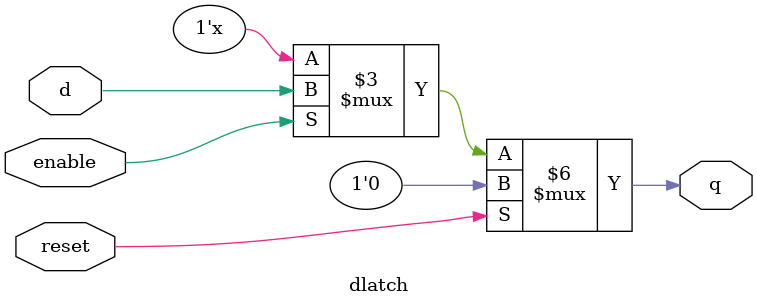
<source format=v>
module modifiedcarrylatch(a,b,enable,sum,cout);
    input [15:0]a;
    input [15:0]b;
    input enable;
    output [15:0]sum;
    output cout;
    wire [3:0]c1;
	wire [3:0]c0;
	wire cin;
	wire [2:0]c;
	wire [31:0]sum0;
	wire [31:0]sum1;
    ripple_carry_adderfirst ra0(a[1:0],b[1:0],sum[1:0],cin);
    ripple_carry_adder0 ra1(a[3:2],b[3:2],enable,sum0[3:2],c0[0]);
    dlatch1 ra2(sum0[3:2],enable,c0[0],sum1[3:2],c1[0]);
    assign sum[3:2] = cin?sum1[3:2]:sum0[3:2];
    assign c[0] = cin?c1[0]:c0[0];
    ripple_carry_adder10 ra3(a[6:4],b[6:4],enable,sum0[6:4],c0[1]);
    dlatch2   ra4(sum0[6:4],enable,c0[1],sum1[6:4],c1[1]);
    assign sum[6:4] = c[0]?sum1[6:4]:sum0[6:4];
    assign c[1] = c[0]?c1[1]:c0[1];
    ripple_carry_adder20 ra5(a[10:7],b[10:7],enable,sum0[10:7],c0[2]);
    dlatch3  ra6(sum0[10:7],enable,c0[2],sum1[10:7],c1[2]);
    assign sum[10:7] = c[1]?sum1[10:7]:sum0[10:7];
    assign c[2] = c[1]?c1[2]:c0[2];
    ripple_carry_adder30 ra7(a[15:11],b[15:11],enable,sum0[15:11],c0[3]);
    dlatch4   ra8(sum0[15:11],enable,c0[3],sum1[15:11],c1[3]);
    assign sum[15:11] = c[2]?sum1[15:11]:sum0[15:11];
    assign cout = c[2]?c1[3]:c0[3];
endmodule


module dlatch4(d_in,enable,cin,q_out,cout);
    input [4:0] d_in;
    input cin;
    output  cout;
    output   [4:0]q_out;
    input enable;
    dlatch d1(d_in[0],enable,1'b0,q_out[0]);
    dlatch d2(d_in[1],enable,1'b0,q_out[1]);
    dlatch d3(d_in[2],enable,1'b0,q_out[2]);
    dlatch d4(d_in[3],enable,1'b0,q_out[3]);
    dlatch d5(d_in[4],enable,1'b0,q_out[4]);
    dlatch d6(cin,enable,1'b0,cout);
endmodule


module ripple_carry_adder30(in0, in1,enable, out, cout);
	input [4:0] in0;
	input [4:0] in1;
    input enable;
	output [4:0] out;
	output cout;

	wire c1,c2,c3,c4;
	full_adder fa0(in0[0], in1[0], enable, out[0], c1);
	full_adder fa1(in0[1], in1[1], c1, out[1], c2);
    full_adder fa2(in0[2], in1[2], c2, out[2], c3);
    full_adder fa3(in0[3], in1[3], c3, out[3], c4);
    full_adder fa4(in0[4], in1[4], c4, out[4], cout);

endmodule

    

module dlatch3(d_in,enable,cin,q_out,cout);
    input [3:0] d_in;
    input cin;
    output  cout;
    output   [3:0]q_out;
    input enable;
    dlatch d1(d_in[0],enable,1'b0,q_out[0]);
    dlatch d2(d_in[1],enable,1'b0,q_out[1]);
    dlatch d3(d_in[2],enable,1'b0,q_out[2]);
    dlatch d4(d_in[3],enable,1'b0,q_out[3]);
    dlatch d5(cin,enable,1'b0,cout);
endmodule


module ripple_carry_adder20(in0, in1, enable, out, cout);
	input [3:0] in0;
	input [3:0] in1;
    input enable;
	output [3:0] out;
	output cout;

	wire c1,c2,c3;
	full_adder fa0(in0[0], in1[0], enable, out[0], c1);
	full_adder fa1(in0[1], in1[1], c1, out[1], c2);
    full_adder fa2(in0[2], in1[2], c2, out[2], c3);
    full_adder fa3(in0[3], in1[3], c3, out[3], cout);

endmodule

module dlatch2(d_in,enable,cin,q_out,cout);
    input [2:0] d_in;
    input cin;
    output  cout;
    output   [2:0]q_out;
    input enable;
    dlatch d1(d_in[0],enable,1'b0,q_out[0]);
    dlatch d2(d_in[1],enable,1'b0,q_out[1]);
    dlatch d3(d_in[2],enable,1'b0,q_out[2]);
    dlatch d4(cin,enable,1'b0,cout);
endmodule


module ripple_carry_adder10(in0, in1, enable, out, cout);
	input [2:0] in0;
	input [2:0] in1;
    input enable;
	output [2:0] out;
	output cout;

	wire c1,c2;
	full_adder fa0(in0[0], in1[0], enable, out[0], c1);
	full_adder fa1(in0[1], in1[1], c1, out[1], c2);
    full_adder fa2(in0[2], in1[2], c2, out[2], cout);

endmodule

module dlatch1(d_in,enable,cin,q_out,cout);
    input [1:0] d_in;
    input cin;
    output cout;
    output  [1:0]q_out;
    input enable;
    dlatch d1(d_in[0],enable,1'b0,q_out[0]);
    dlatch d2(d_in[1],enable,1'b0,q_out[1]);
    dlatch d3(cin,enable,1'b0,cout);
endmodule



module ripple_carry_adder0(in0, in1, enable, out, cout);
	input [1:0] in0;
	input [1:0] in1;
    input enable;
	output [1:0] out;
	output cout;

	wire c1;
	full_adder fa0(in0[0], in1[0], enable, out[0], c1);
	full_adder fa1(in0[1], in1[1], c1, out[1], cout);

endmodule

module ripple_carry_adderfirst(in0, in1, out, cout);
	input [1:0] in0;
	input [1:0] in1;
	output [1:0] out;
	output cout;

	wire c1;
	full_adder fa0(in0[0], in1[0], 1'b0, out[0], c1);
	full_adder fa1(in0[1], in1[1], c1, out[1], cout);

endmodule

module full_adder(in0, in1, cin, out, cout);
	input in0, in1, cin;
	output out, cout;

	assign out = in0 ^ in1 ^ cin;
	assign cout = ((in0 ^ in1) & cin) | (in0 & in1);
endmodule

module dlatch(d,enable,reset,q);
    input d;
    input enable;
    input reset;
    output reg q;

    always @(enable or reset or q) begin
        if(reset == 1'b1) begin
            q <= 0;
        end
        else begin
            if(enable) begin
                q <= d;
            end
        end
    end
endmodule
</source>
